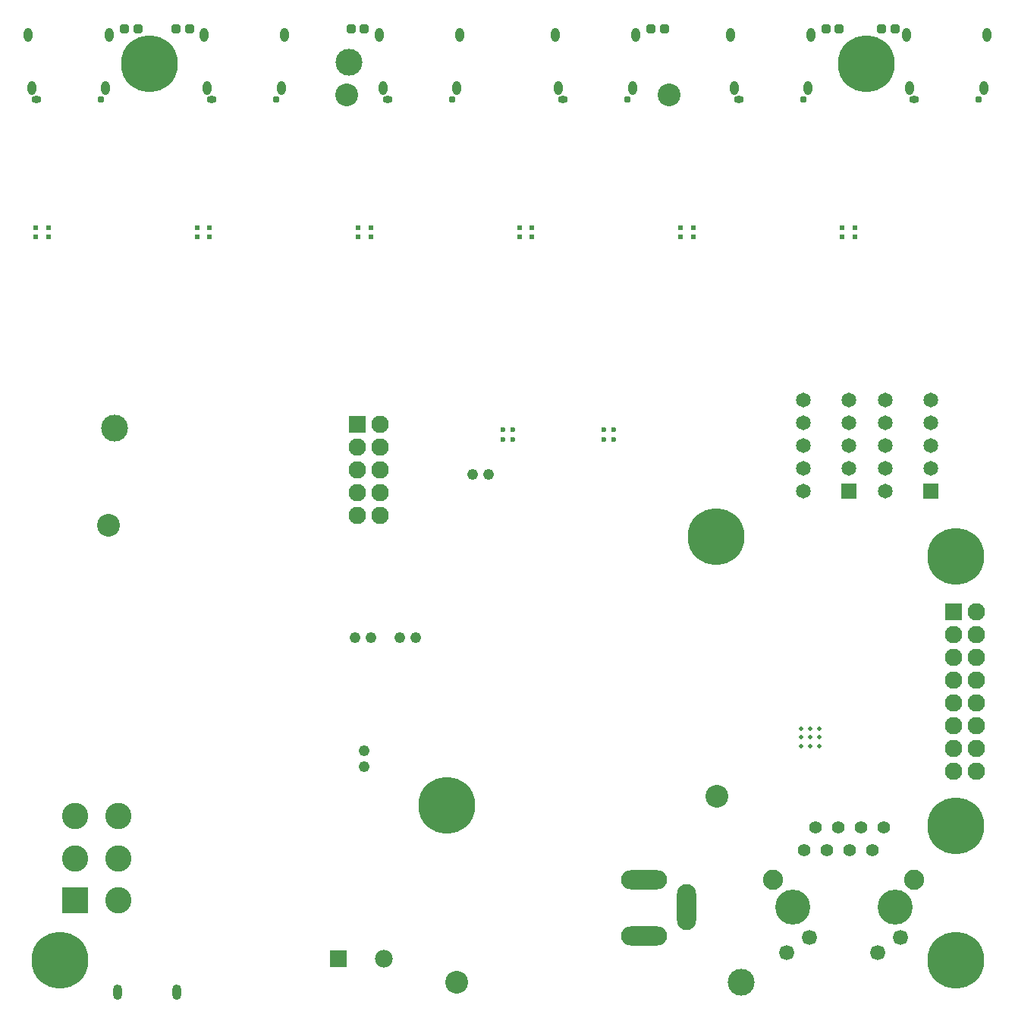
<source format=gbs>
G04*
G04 #@! TF.GenerationSoftware,Altium Limited,Altium Designer,20.1.11 (218)*
G04*
G04 Layer_Color=16711935*
%FSLAX24Y24*%
%MOIN*%
G70*
G04*
G04 #@! TF.SameCoordinates,8E8D3587-AC64-4FAB-BC23-9619E2EF9FFF*
G04*
G04*
G04 #@! TF.FilePolarity,Negative*
G04*
G01*
G75*
G04:AMPARAMS|DCode=113|XSize=38.9mil|YSize=37.9mil|CornerRadius=7.9mil|HoleSize=0mil|Usage=FLASHONLY|Rotation=180.000|XOffset=0mil|YOffset=0mil|HoleType=Round|Shape=RoundedRectangle|*
%AMROUNDEDRECTD113*
21,1,0.0389,0.0221,0,0,180.0*
21,1,0.0231,0.0379,0,0,180.0*
1,1,0.0158,-0.0116,0.0111*
1,1,0.0158,0.0116,0.0111*
1,1,0.0158,0.0116,-0.0111*
1,1,0.0158,-0.0116,-0.0111*
%
%ADD113ROUNDEDRECTD113*%
%ADD169C,0.1181*%
%ADD194C,0.2496*%
%ADD195C,0.1157*%
%ADD196R,0.1157X0.1157*%
%ADD197C,0.1000*%
%ADD198C,0.0488*%
%ADD199C,0.0885*%
%ADD200C,0.1535*%
%ADD201C,0.0665*%
%ADD202C,0.0550*%
%ADD204O,0.0429X0.0311*%
%ADD205O,0.0370X0.0606*%
%ADD206C,0.0311*%
%ADD207O,0.0843X0.2024*%
%ADD208O,0.2024X0.0843*%
%ADD209C,0.0764*%
%ADD210R,0.0764X0.0764*%
G04:AMPARAMS|DCode=211|XSize=39.4mil|YSize=66.9mil|CornerRadius=19.7mil|HoleSize=0mil|Usage=FLASHONLY|Rotation=0.000|XOffset=0mil|YOffset=0mil|HoleType=Round|Shape=RoundedRectangle|*
%AMROUNDEDRECTD211*
21,1,0.0394,0.0276,0,0,0.0*
21,1,0.0000,0.0669,0,0,0.0*
1,1,0.0394,0.0000,-0.0138*
1,1,0.0394,0.0000,-0.0138*
1,1,0.0394,0.0000,0.0138*
1,1,0.0394,0.0000,0.0138*
%
%ADD211ROUNDEDRECTD211*%
%ADD212C,0.0650*%
%ADD213R,0.0650X0.0650*%
%ADD214C,0.0783*%
%ADD215R,0.0783X0.0783*%
%ADD217C,0.0237*%
%ADD218C,0.0236*%
%ADD219C,0.0197*%
D113*
X38091Y42848D02*
D03*
X38681D02*
D03*
X5413D02*
D03*
X4823D02*
D03*
X7087D02*
D03*
X7677D02*
D03*
X36220D02*
D03*
X35630D02*
D03*
X28543D02*
D03*
X27953D02*
D03*
X14764D02*
D03*
X15354D02*
D03*
D169*
X14670Y41390D02*
D03*
X4390Y25320D02*
D03*
X31907Y1002D02*
D03*
D194*
X18987Y8765D02*
D03*
X30798Y20576D02*
D03*
X41339Y7874D02*
D03*
Y19685D02*
D03*
X37402Y41339D02*
D03*
X5906D02*
D03*
X41339Y1969D02*
D03*
X1969D02*
D03*
D195*
X4536Y4588D02*
D03*
Y6438D02*
D03*
Y8289D02*
D03*
X2635Y6438D02*
D03*
Y8289D02*
D03*
D196*
Y4588D02*
D03*
D197*
X19401Y981D02*
D03*
X30837Y9175D02*
D03*
X28740Y39961D02*
D03*
X14567D02*
D03*
X4104Y21056D02*
D03*
D198*
X20820Y23295D02*
D03*
X20111D02*
D03*
X16904Y16123D02*
D03*
X17612D02*
D03*
X14945Y16145D02*
D03*
X15654D02*
D03*
X15338Y11178D02*
D03*
Y10470D02*
D03*
D199*
X39518Y5494D02*
D03*
X33317D02*
D03*
D200*
X38667Y4293D02*
D03*
X34167D02*
D03*
D201*
X38907Y2970D02*
D03*
X37907Y2301D02*
D03*
X34927Y2970D02*
D03*
X33927Y2293D02*
D03*
D202*
X38167Y7801D02*
D03*
X37167D02*
D03*
X36167D02*
D03*
X35167D02*
D03*
X37667Y6801D02*
D03*
X36667D02*
D03*
X35667D02*
D03*
X34667D02*
D03*
D204*
X39528Y39764D02*
D03*
X24094Y39764D02*
D03*
X8661Y39764D02*
D03*
X31811Y39764D02*
D03*
X16378Y39764D02*
D03*
X945Y39764D02*
D03*
D205*
X42571Y40256D02*
D03*
X39319D02*
D03*
X39177Y42598D02*
D03*
X42713D02*
D03*
X27138Y40256D02*
D03*
X23886D02*
D03*
X23744Y42598D02*
D03*
X27280D02*
D03*
X11705Y40256D02*
D03*
X8453D02*
D03*
X8311Y42598D02*
D03*
X11846D02*
D03*
X34854Y40256D02*
D03*
X31602D02*
D03*
X31461Y42598D02*
D03*
X34996D02*
D03*
X19421Y40256D02*
D03*
X16169D02*
D03*
X16028Y42598D02*
D03*
X19563D02*
D03*
X3988Y40256D02*
D03*
X736D02*
D03*
X594Y42598D02*
D03*
X4130D02*
D03*
D206*
X42362Y39764D02*
D03*
X26929Y39764D02*
D03*
X11496Y39764D02*
D03*
X34646Y39764D02*
D03*
X19213Y39764D02*
D03*
X3779Y39764D02*
D03*
D207*
X29520Y4309D02*
D03*
D208*
X27630Y3029D02*
D03*
Y5490D02*
D03*
D209*
X42232Y17280D02*
D03*
X41232Y10280D02*
D03*
X42232D02*
D03*
X41232Y11280D02*
D03*
X42232D02*
D03*
X41232Y12280D02*
D03*
X42232D02*
D03*
X41232Y13280D02*
D03*
X42232D02*
D03*
X41232Y14280D02*
D03*
X42232D02*
D03*
X41232Y15280D02*
D03*
X42232D02*
D03*
X41232Y16280D02*
D03*
X42232D02*
D03*
X16063Y25503D02*
D03*
X15063Y21503D02*
D03*
X16063D02*
D03*
X15063Y22503D02*
D03*
X16063D02*
D03*
X15063Y23503D02*
D03*
X16063D02*
D03*
X15063Y24503D02*
D03*
X16063D02*
D03*
D210*
X41232Y17280D02*
D03*
X15063Y25503D02*
D03*
D211*
X7098Y570D02*
D03*
X4500D02*
D03*
D212*
X40230Y25571D02*
D03*
Y26571D02*
D03*
X38230D02*
D03*
X40230Y24571D02*
D03*
Y23571D02*
D03*
X38230Y25571D02*
D03*
Y24571D02*
D03*
Y23571D02*
D03*
Y22571D02*
D03*
X36649Y25571D02*
D03*
Y26571D02*
D03*
X34649D02*
D03*
X36649Y24571D02*
D03*
Y23571D02*
D03*
X34649Y25571D02*
D03*
Y24571D02*
D03*
Y23571D02*
D03*
Y22571D02*
D03*
D213*
X40230D02*
D03*
X36649D02*
D03*
D214*
X16198Y2018D02*
D03*
D215*
X14229D02*
D03*
D217*
X29261Y33733D02*
D03*
X29812D02*
D03*
X29261Y34127D02*
D03*
X29812D02*
D03*
X15088Y33733D02*
D03*
X15639D02*
D03*
X15088Y34127D02*
D03*
X15639D02*
D03*
X914Y33733D02*
D03*
X1466D02*
D03*
X914Y34127D02*
D03*
X1466D02*
D03*
X36347Y33733D02*
D03*
X36899D02*
D03*
X36347Y34127D02*
D03*
X36899D02*
D03*
X22174Y33733D02*
D03*
X22725D02*
D03*
X22174Y34127D02*
D03*
X22725D02*
D03*
X8001Y33733D02*
D03*
X8552D02*
D03*
X8001Y34127D02*
D03*
X8552D02*
D03*
D218*
X21439Y25261D02*
D03*
X21872D02*
D03*
X21439Y24828D02*
D03*
X21872D02*
D03*
X25887Y25261D02*
D03*
X26320D02*
D03*
X25887Y24828D02*
D03*
X26320D02*
D03*
D219*
X34949Y11748D02*
D03*
Y12142D02*
D03*
X34555D02*
D03*
Y11748D02*
D03*
Y11355D02*
D03*
X34949D02*
D03*
X35342D02*
D03*
Y11748D02*
D03*
Y12142D02*
D03*
M02*

</source>
